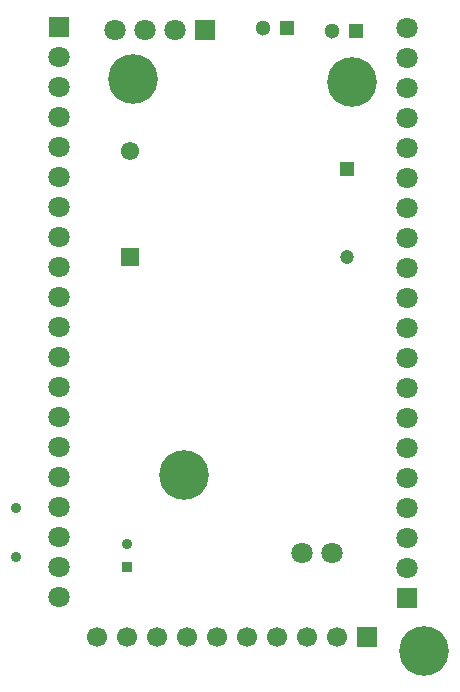
<source format=gbs>
%FSTAX23Y23*%
%MOIN*%
%SFA1B1*%

%IPPOS*%
%ADD18C,0.070990*%
%ADD19R,0.070990X0.070990*%
%ADD20C,0.047240*%
%ADD21R,0.047240X0.047240*%
%ADD22C,0.035560*%
%ADD23C,0.051180*%
%ADD24R,0.051180X0.051180*%
%ADD25C,0.035430*%
%ADD26R,0.035430X0.035430*%
%ADD27R,0.061150X0.061150*%
%ADD28C,0.061150*%
%ADD29R,0.070990X0.070990*%
%ADD30C,0.066930*%
%ADD31R,0.066930X0.066930*%
%ADD32C,0.165480*%
%LNoverlay-1*%
%LPD*%
G54D18*
X0145Y0325D03*
X0155D03*
X0165D03*
X02175Y01505D03*
X02075D03*
X02425Y02755D03*
Y02455D03*
Y02355D03*
Y02255D03*
Y02055D03*
Y01955D03*
Y01755D03*
Y01555D03*
Y01455D03*
Y01655D03*
Y01855D03*
Y02155D03*
Y02555D03*
Y02655D03*
Y02855D03*
Y02955D03*
Y03055D03*
Y03155D03*
Y03255D03*
X01265Y0186D03*
Y0216D03*
Y0226D03*
Y0236D03*
Y0256D03*
Y0266D03*
Y0286D03*
Y0306D03*
Y0316D03*
Y0296D03*
Y0276D03*
Y0246D03*
Y0206D03*
Y0196D03*
Y0176D03*
Y0166D03*
Y0156D03*
Y0146D03*
Y0136D03*
G54D19*
X0175Y0325D03*
G54D20*
X02225Y02492D03*
G54D21*
X02225Y02787D03*
G54D22*
X01121Y01493D03*
Y01656D03*
G54D23*
X01945Y03255D03*
X02175Y03245D03*
G54D24*
X02023Y03255D03*
X02254Y03245D03*
G54D25*
X0149Y01535D03*
G54D26*
X0149Y0146D03*
G54D27*
X015Y02492D03*
G54D28*
X015Y02847D03*
G54D29*
X02425Y01355D03*
X01265Y0326D03*
G54D30*
X0139Y01225D03*
X0149D03*
X0159D03*
X0169D03*
X0179D03*
X0189D03*
X0199D03*
X0209D03*
X0219D03*
G54D31*
X0229Y01225D03*
G54D32*
X0168Y01765D03*
X0224Y03075D03*
X0151Y03085D03*
X0248Y0118D03*
M02*
</source>
